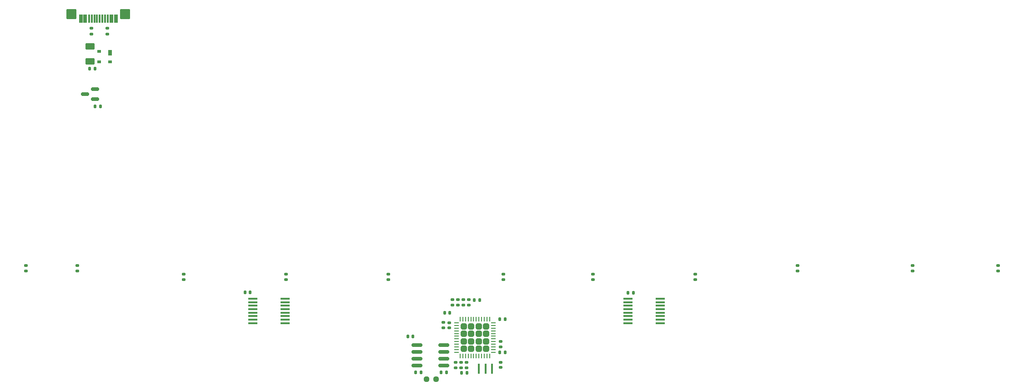
<source format=gbr>
%TF.GenerationSoftware,KiCad,Pcbnew,(7.0.0)*%
%TF.CreationDate,2023-09-28T15:09:28+02:00*%
%TF.ProjectId,travaulta WKL,74726176-6175-46c7-9461-20574b4c2e6b,rev?*%
%TF.SameCoordinates,Original*%
%TF.FileFunction,Paste,Bot*%
%TF.FilePolarity,Positive*%
%FSLAX46Y46*%
G04 Gerber Fmt 4.6, Leading zero omitted, Abs format (unit mm)*
G04 Created by KiCad (PCBNEW (7.0.0)) date 2023-09-28 15:09:28*
%MOMM*%
%LPD*%
G01*
G04 APERTURE LIST*
G04 Aperture macros list*
%AMRoundRect*
0 Rectangle with rounded corners*
0 $1 Rounding radius*
0 $2 $3 $4 $5 $6 $7 $8 $9 X,Y pos of 4 corners*
0 Add a 4 corners polygon primitive as box body*
4,1,4,$2,$3,$4,$5,$6,$7,$8,$9,$2,$3,0*
0 Add four circle primitives for the rounded corners*
1,1,$1+$1,$2,$3*
1,1,$1+$1,$4,$5*
1,1,$1+$1,$6,$7*
1,1,$1+$1,$8,$9*
0 Add four rect primitives between the rounded corners*
20,1,$1+$1,$2,$3,$4,$5,0*
20,1,$1+$1,$4,$5,$6,$7,0*
20,1,$1+$1,$6,$7,$8,$9,0*
20,1,$1+$1,$8,$9,$2,$3,0*%
G04 Aperture macros list end*
%ADD10R,0.400000X1.900000*%
%ADD11RoundRect,0.140000X0.140000X0.170000X-0.140000X0.170000X-0.140000X-0.170000X0.140000X-0.170000X0*%
%ADD12RoundRect,0.140000X-0.140000X-0.170000X0.140000X-0.170000X0.140000X0.170000X-0.140000X0.170000X0*%
%ADD13RoundRect,0.140000X-0.170000X0.140000X-0.170000X-0.140000X0.170000X-0.140000X0.170000X0.140000X0*%
%ADD14RoundRect,0.150000X-0.825000X-0.150000X0.825000X-0.150000X0.825000X0.150000X-0.825000X0.150000X0*%
%ADD15RoundRect,0.135000X-0.185000X0.135000X-0.185000X-0.135000X0.185000X-0.135000X0.185000X0.135000X0*%
%ADD16RoundRect,0.135000X0.185000X-0.135000X0.185000X0.135000X-0.185000X0.135000X-0.185000X-0.135000X0*%
%ADD17RoundRect,0.135000X-0.135000X-0.185000X0.135000X-0.185000X0.135000X0.185000X-0.135000X0.185000X0*%
%ADD18RoundRect,0.250000X0.315000X-0.315000X0.315000X0.315000X-0.315000X0.315000X-0.315000X-0.315000X0*%
%ADD19RoundRect,0.062500X0.062500X-0.375000X0.062500X0.375000X-0.062500X0.375000X-0.062500X-0.375000X0*%
%ADD20RoundRect,0.062500X0.375000X-0.062500X0.375000X0.062500X-0.375000X0.062500X-0.375000X-0.062500X0*%
%ADD21R,1.778000X0.419100*%
%ADD22RoundRect,0.135000X0.135000X0.185000X-0.135000X0.185000X-0.135000X-0.185000X0.135000X-0.185000X0*%
%ADD23RoundRect,0.250000X-0.625000X0.375000X-0.625000X-0.375000X0.625000X-0.375000X0.625000X0.375000X0*%
%ADD24R,0.700000X1.000000*%
%ADD25R,0.700000X0.600000*%
%ADD26RoundRect,0.140000X0.170000X-0.140000X0.170000X0.140000X-0.170000X0.140000X-0.170000X-0.140000X0*%
%ADD27RoundRect,0.150000X0.587500X0.150000X-0.587500X0.150000X-0.587500X-0.150000X0.587500X-0.150000X0*%
%ADD28RoundRect,0.050000X-0.300000X-0.725000X0.300000X-0.725000X0.300000X0.725000X-0.300000X0.725000X0*%
%ADD29RoundRect,0.050000X-0.150000X-0.725000X0.150000X-0.725000X0.150000X0.725000X-0.150000X0.725000X0*%
%ADD30RoundRect,0.050000X-0.850000X-0.850000X0.850000X-0.850000X0.850000X0.850000X-0.850000X0.850000X0*%
%ADD31RoundRect,0.237500X0.250000X0.237500X-0.250000X0.237500X-0.250000X-0.237500X0.250000X-0.237500X0*%
G04 APERTURE END LIST*
D10*
%TO.C,Y1*%
X153415999Y-118744999D03*
X154615999Y-118744999D03*
X155815999Y-118744999D03*
%TD*%
D11*
%TO.C,C7*%
X147984000Y-108331000D03*
X147024000Y-108331000D03*
%TD*%
D12*
%TO.C,C12*%
X181178186Y-104534305D03*
X182138186Y-104534305D03*
%TD*%
D13*
%TO.C,C15*%
X149031000Y-117540000D03*
X149031000Y-118500000D03*
%TD*%
D14*
%TO.C,U5*%
X141899097Y-118120501D03*
X141899097Y-116850501D03*
X141899097Y-115580501D03*
X141899097Y-114310501D03*
X146849097Y-114310501D03*
X146849097Y-115580501D03*
X146849097Y-116850501D03*
X146849097Y-118120501D03*
%TD*%
D15*
%TO.C,R7*%
X146742000Y-110107000D03*
X146742000Y-111127000D03*
%TD*%
D16*
%TO.C,R11*%
X98425000Y-102110000D03*
X98425000Y-101090000D03*
%TD*%
D15*
%TO.C,R2*%
X151511000Y-105877000D03*
X151511000Y-106897000D03*
%TD*%
D12*
%TO.C,C9*%
X157311000Y-115663994D03*
X158271000Y-115663994D03*
%TD*%
D17*
%TO.C,R4*%
X152525000Y-105918000D03*
X153545000Y-105918000D03*
%TD*%
D18*
%TO.C,U1*%
X150554000Y-115003000D03*
X151954000Y-115003000D03*
X153354000Y-115003000D03*
X154754000Y-115003000D03*
X150554000Y-113603000D03*
X151954000Y-113603000D03*
X153354000Y-113603000D03*
X154754000Y-113603000D03*
X150554000Y-112203000D03*
X151954000Y-112203000D03*
X153354000Y-112203000D03*
X154754000Y-112203000D03*
X150554000Y-110803000D03*
X151954000Y-110803000D03*
X153354000Y-110803000D03*
X154754000Y-110803000D03*
D19*
X155404000Y-116340500D03*
X154904000Y-116340500D03*
X154404000Y-116340500D03*
X153904000Y-116340500D03*
X153404000Y-116340500D03*
X152904000Y-116340500D03*
X152404000Y-116340500D03*
X151904000Y-116340500D03*
X151404000Y-116340500D03*
X150904000Y-116340500D03*
X150404000Y-116340500D03*
X149904000Y-116340500D03*
D20*
X149216500Y-115653000D03*
X149216500Y-115153000D03*
X149216500Y-114653000D03*
X149216500Y-114153000D03*
X149216500Y-113653000D03*
X149216500Y-113153000D03*
X149216500Y-112653000D03*
X149216500Y-112153000D03*
X149216500Y-111653000D03*
X149216500Y-111153000D03*
X149216500Y-110653000D03*
X149216500Y-110153000D03*
D19*
X149904000Y-109465500D03*
X150404000Y-109465500D03*
X150904000Y-109465500D03*
X151404000Y-109465500D03*
X151904000Y-109465500D03*
X152404000Y-109465500D03*
X152904000Y-109465500D03*
X153404000Y-109465500D03*
X153904000Y-109465500D03*
X154404000Y-109465500D03*
X154904000Y-109465500D03*
X155404000Y-109465500D03*
D20*
X156091500Y-110153000D03*
X156091500Y-110653000D03*
X156091500Y-111153000D03*
X156091500Y-111653000D03*
X156091500Y-112153000D03*
X156091500Y-112653000D03*
X156091500Y-113153000D03*
X156091500Y-113653000D03*
X156091500Y-114153000D03*
X156091500Y-114653000D03*
X156091500Y-115153000D03*
X156091500Y-115653000D03*
%TD*%
D16*
%TO.C,R12*%
X157956250Y-102110000D03*
X157956250Y-101090000D03*
%TD*%
%TO.C,R15*%
X69088000Y-100522500D03*
X69088000Y-99502500D03*
%TD*%
D13*
%TO.C,C11*%
X151063000Y-117540000D03*
X151063000Y-118500000D03*
%TD*%
D16*
%TO.C,R13*%
X78581250Y-100522500D03*
X78581250Y-99502500D03*
%TD*%
D12*
%TO.C,C8*%
X157311000Y-109474000D03*
X158271000Y-109474000D03*
%TD*%
D16*
%TO.C,R10*%
X174625000Y-102110000D03*
X174625000Y-101090000D03*
%TD*%
D21*
%TO.C,U3*%
X187124339Y-105676699D03*
X187124339Y-106326939D03*
X187124339Y-106977179D03*
X187124339Y-107627419D03*
X187124339Y-108272579D03*
X187124339Y-108922819D03*
X187124339Y-109573059D03*
X187124339Y-110223299D03*
X181175659Y-110223299D03*
X181175659Y-109573059D03*
X181175659Y-108922819D03*
X181175659Y-108272579D03*
X181175659Y-107627419D03*
X181175659Y-106977179D03*
X181175659Y-106326939D03*
X181175659Y-105676699D03*
%TD*%
D16*
%TO.C,R1*%
X148463000Y-106897000D03*
X148463000Y-105877000D03*
%TD*%
%TO.C,R16*%
X234156250Y-100522500D03*
X234156250Y-99502500D03*
%TD*%
D11*
%TO.C,C14*%
X141132500Y-112712500D03*
X140172500Y-112712500D03*
%TD*%
D16*
%TO.C,R9*%
X149479000Y-106897000D03*
X149479000Y-105877000D03*
%TD*%
D11*
%TO.C,C13*%
X110811250Y-104485820D03*
X109851250Y-104485820D03*
%TD*%
D17*
%TO.C,R21*%
X146332687Y-119390501D03*
X147352687Y-119390501D03*
%TD*%
D12*
%TO.C,C5*%
X81943000Y-69850000D03*
X82903000Y-69850000D03*
%TD*%
D16*
%TO.C,R20*%
X193675000Y-102110000D03*
X193675000Y-101090000D03*
%TD*%
D22*
%TO.C,R23*%
X142592312Y-119390501D03*
X141572312Y-119390501D03*
%TD*%
D16*
%TO.C,R14*%
X212725000Y-100522500D03*
X212725000Y-99502500D03*
%TD*%
D17*
%TO.C,R6*%
X150169000Y-119507000D03*
X151189000Y-119507000D03*
%TD*%
D23*
%TO.C,F_USBC1*%
X80962500Y-58671000D03*
X80962500Y-61471000D03*
%TD*%
D24*
%TO.C,D1*%
X84692999Y-59828999D03*
D25*
X84692999Y-61528999D03*
X82692999Y-61528999D03*
X82692999Y-59628999D03*
%TD*%
D16*
%TO.C,R18*%
X81280000Y-56356250D03*
X81280000Y-55336250D03*
%TD*%
D15*
%TO.C,R3*%
X157410000Y-113663000D03*
X157410000Y-114683000D03*
%TD*%
%TO.C,R8*%
X150495000Y-105877000D03*
X150495000Y-106897000D03*
%TD*%
D16*
%TO.C,R5*%
X250064616Y-100522500D03*
X250064616Y-99502500D03*
%TD*%
D26*
%TO.C,C1*%
X147885000Y-111097000D03*
X147885000Y-110137000D03*
%TD*%
D12*
%TO.C,C4*%
X80927000Y-62865000D03*
X81887000Y-62865000D03*
%TD*%
D21*
%TO.C,U4*%
X117274339Y-105676699D03*
X117274339Y-106326939D03*
X117274339Y-106977179D03*
X117274339Y-107627419D03*
X117274339Y-108272579D03*
X117274339Y-108922819D03*
X117274339Y-109573059D03*
X117274339Y-110223299D03*
X111325659Y-110223299D03*
X111325659Y-109573059D03*
X111325659Y-108922819D03*
X111325659Y-108272579D03*
X111325659Y-107627419D03*
X111325659Y-106977179D03*
X111325659Y-106326939D03*
X111325659Y-105676699D03*
%TD*%
D13*
%TO.C,C6*%
X157410000Y-117503000D03*
X157410000Y-118463000D03*
%TD*%
D27*
%TO.C,U2*%
X81963500Y-66614000D03*
X81963500Y-68514000D03*
X80088500Y-67564000D03*
%TD*%
D28*
%TO.C,USB1*%
X79325000Y-53538750D03*
X80100000Y-53538750D03*
D29*
X80800000Y-53538750D03*
X81300000Y-53538750D03*
X81800000Y-53538750D03*
X82300000Y-53538750D03*
X82800000Y-53538750D03*
X83300000Y-53538750D03*
X83800000Y-53538750D03*
X84300000Y-53538750D03*
D28*
X85000000Y-53538750D03*
X85775000Y-53538750D03*
D30*
X77550000Y-52643750D03*
X87550000Y-52643750D03*
%TD*%
D31*
%TO.C,JP1*%
X145462340Y-120650000D03*
X143637340Y-120650000D03*
%TD*%
D16*
%TO.C,R19*%
X136525000Y-102110000D03*
X136525000Y-101090000D03*
%TD*%
D15*
%TO.C,R24*%
X84201000Y-55336250D03*
X84201000Y-56356250D03*
%TD*%
D13*
%TO.C,C10*%
X150047000Y-117540000D03*
X150047000Y-118500000D03*
%TD*%
D16*
%TO.C,R17*%
X117475000Y-102110000D03*
X117475000Y-101090000D03*
%TD*%
M02*

</source>
